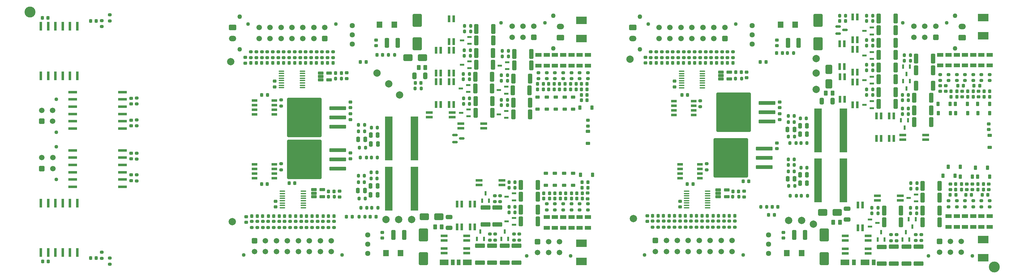
<source format=gbr>
%TF.GenerationSoftware,KiCad,Pcbnew,7.0.8*%
%TF.CreationDate,2024-01-12T20:03:42+01:00*%
%TF.ProjectId,BMS-Slave,424d532d-536c-4617-9665-2e6b69636164,rev?*%
%TF.SameCoordinates,Original*%
%TF.FileFunction,Soldermask,Top*%
%TF.FilePolarity,Negative*%
%FSLAX46Y46*%
G04 Gerber Fmt 4.6, Leading zero omitted, Abs format (unit mm)*
G04 Created by KiCad (PCBNEW 7.0.8) date 2024-01-12 20:03:42*
%MOMM*%
%LPD*%
G01*
G04 APERTURE LIST*
G04 Aperture macros list*
%AMRoundRect*
0 Rectangle with rounded corners*
0 $1 Rounding radius*
0 $2 $3 $4 $5 $6 $7 $8 $9 X,Y pos of 4 corners*
0 Add a 4 corners polygon primitive as box body*
4,1,4,$2,$3,$4,$5,$6,$7,$8,$9,$2,$3,0*
0 Add four circle primitives for the rounded corners*
1,1,$1+$1,$2,$3*
1,1,$1+$1,$4,$5*
1,1,$1+$1,$6,$7*
1,1,$1+$1,$8,$9*
0 Add four rect primitives between the rounded corners*
20,1,$1+$1,$2,$3,$4,$5,0*
20,1,$1+$1,$4,$5,$6,$7,0*
20,1,$1+$1,$6,$7,$8,$9,0*
20,1,$1+$1,$8,$9,$2,$3,0*%
G04 Aperture macros list end*
%ADD10RoundRect,0.225000X-0.250000X0.225000X-0.250000X-0.225000X0.250000X-0.225000X0.250000X0.225000X0*%
%ADD11R,0.650000X1.850000*%
%ADD12RoundRect,0.200000X-0.200000X-0.275000X0.200000X-0.275000X0.200000X0.275000X-0.200000X0.275000X0*%
%ADD13RoundRect,0.225000X-0.225000X-0.250000X0.225000X-0.250000X0.225000X0.250000X-0.225000X0.250000X0*%
%ADD14RoundRect,0.200000X0.275000X-0.200000X0.275000X0.200000X-0.275000X0.200000X-0.275000X-0.200000X0*%
%ADD15R,1.670000X1.100000*%
%ADD16RoundRect,0.200000X0.200000X0.275000X-0.200000X0.275000X-0.200000X-0.275000X0.200000X-0.275000X0*%
%ADD17RoundRect,0.200000X-0.275000X0.200000X-0.275000X-0.200000X0.275000X-0.200000X0.275000X0.200000X0*%
%ADD18RoundRect,0.225000X0.225000X0.250000X-0.225000X0.250000X-0.225000X-0.250000X0.225000X-0.250000X0*%
%ADD19RoundRect,0.250000X-0.362500X-1.075000X0.362500X-1.075000X0.362500X1.075000X-0.362500X1.075000X0*%
%ADD20C,2.000000*%
%ADD21R,1.525000X0.650000*%
%ADD22R,0.750000X2.350000*%
%ADD23RoundRect,0.225000X0.225000X0.375000X-0.225000X0.375000X-0.225000X-0.375000X0.225000X-0.375000X0*%
%ADD24RoundRect,0.250000X-1.075000X0.362500X-1.075000X-0.362500X1.075000X-0.362500X1.075000X0.362500X0*%
%ADD25R,1.168400X0.533400*%
%ADD26C,1.270000*%
%ADD27RoundRect,0.250001X-0.759999X0.499999X-0.759999X-0.499999X0.759999X-0.499999X0.759999X0.499999X0*%
%ADD28O,2.020000X1.500000*%
%ADD29R,0.533400X1.168400*%
%ADD30RoundRect,0.225000X0.250000X-0.225000X0.250000X0.225000X-0.250000X0.225000X-0.250000X-0.225000X0*%
%ADD31RoundRect,0.250000X-0.262500X-0.450000X0.262500X-0.450000X0.262500X0.450000X-0.262500X0.450000X0*%
%ADD32C,3.000000*%
%ADD33R,2.950000X2.020000*%
%ADD34RoundRect,0.100000X0.637500X0.100000X-0.637500X0.100000X-0.637500X-0.100000X0.637500X-0.100000X0*%
%ADD35RoundRect,0.218750X-0.218750X-0.256250X0.218750X-0.256250X0.218750X0.256250X-0.218750X0.256250X0*%
%ADD36RoundRect,0.250000X1.000000X0.650000X-1.000000X0.650000X-1.000000X-0.650000X1.000000X-0.650000X0*%
%ADD37RoundRect,0.250000X2.050000X0.300000X-2.050000X0.300000X-2.050000X-0.300000X2.050000X-0.300000X0*%
%ADD38RoundRect,0.250002X4.449998X5.149998X-4.449998X5.149998X-4.449998X-5.149998X4.449998X-5.149998X0*%
%ADD39R,1.850000X0.650000*%
%ADD40RoundRect,0.250000X0.250000X0.475000X-0.250000X0.475000X-0.250000X-0.475000X0.250000X-0.475000X0*%
%ADD41RoundRect,0.127600X0.924400X0.134400X-0.924400X0.134400X-0.924400X-0.134400X0.924400X-0.134400X0*%
%ADD42RoundRect,0.225000X0.375000X-0.225000X0.375000X0.225000X-0.375000X0.225000X-0.375000X-0.225000X0*%
%ADD43R,1.500000X1.800000*%
%ADD44RoundRect,0.250000X1.000000X-1.500000X1.000000X1.500000X-1.000000X1.500000X-1.000000X-1.500000X0*%
%ADD45R,2.400000X1.500000*%
%ADD46R,1.050000X1.500000*%
%ADD47RoundRect,0.218750X0.218750X0.256250X-0.218750X0.256250X-0.218750X-0.256250X0.218750X-0.256250X0*%
%ADD48C,1.440000*%
%ADD49RoundRect,0.225000X-0.375000X0.225000X-0.375000X-0.225000X0.375000X-0.225000X0.375000X0.225000X0*%
%ADD50RoundRect,0.250000X-0.325000X-1.100000X0.325000X-1.100000X0.325000X1.100000X-0.325000X1.100000X0*%
%ADD51RoundRect,0.250000X0.262500X0.450000X-0.262500X0.450000X-0.262500X-0.450000X0.262500X-0.450000X0*%
%ADD52C,1.020000*%
%ADD53RoundRect,0.250001X0.499999X0.499999X-0.499999X0.499999X-0.499999X-0.499999X0.499999X-0.499999X0*%
%ADD54C,1.500000*%
%ADD55RoundRect,0.250001X-0.499999X-0.499999X0.499999X-0.499999X0.499999X0.499999X-0.499999X0.499999X0*%
%ADD56RoundRect,0.225000X-0.225000X-0.375000X0.225000X-0.375000X0.225000X0.375000X-0.225000X0.375000X0*%
%ADD57RoundRect,0.144000X-0.653000X-0.258000X0.653000X-0.258000X0.653000X0.258000X-0.653000X0.258000X0*%
%ADD58RoundRect,0.250001X0.499999X-0.499999X0.499999X0.499999X-0.499999X0.499999X-0.499999X-0.499999X0*%
%ADD59RoundRect,0.250000X0.325000X1.100000X-0.325000X1.100000X-0.325000X-1.100000X0.325000X-1.100000X0*%
%ADD60RoundRect,0.250001X0.759999X-0.499999X0.759999X0.499999X-0.759999X0.499999X-0.759999X-0.499999X0*%
%ADD61RoundRect,0.150000X-0.587500X-0.150000X0.587500X-0.150000X0.587500X0.150000X-0.587500X0.150000X0*%
%ADD62RoundRect,0.250000X-0.650000X0.325000X-0.650000X-0.325000X0.650000X-0.325000X0.650000X0.325000X0*%
%ADD63RoundRect,0.250000X0.650000X-1.000000X0.650000X1.000000X-0.650000X1.000000X-0.650000X-1.000000X0*%
%ADD64RoundRect,0.250000X0.325000X0.650000X-0.325000X0.650000X-0.325000X-0.650000X0.325000X-0.650000X0*%
%ADD65R,2.350000X0.750000*%
G04 APERTURE END LIST*
D10*
%TO.C,C102*%
X341750000Y-122225000D03*
X341750000Y-123775000D03*
%TD*%
D11*
%TO.C,IC23*%
X314000000Y-110750000D03*
X312730000Y-110750000D03*
X312730000Y-117000000D03*
X314000000Y-117000000D03*
%TD*%
D12*
%TO.C,R150*%
X302100000Y-138000000D03*
X303750000Y-138000000D03*
%TD*%
D13*
%TO.C,C101*%
X344475000Y-150750000D03*
X346025000Y-150750000D03*
%TD*%
D14*
%TO.C,R42*%
X166500000Y-114575000D03*
X166500000Y-112925000D03*
%TD*%
D15*
%TO.C,F21*%
X344750000Y-113750000D03*
X344750000Y-116670000D03*
%TD*%
D16*
%TO.C,R164*%
X321750000Y-118000000D03*
X320100000Y-118000000D03*
%TD*%
D17*
%TO.C,R50*%
X157500000Y-112925000D03*
X157500000Y-114575000D03*
%TD*%
D18*
%TO.C,C20*%
X242250000Y-151750000D03*
X240700000Y-151750000D03*
%TD*%
D11*
%TO.C,IC24*%
X327500000Y-130500000D03*
X326230000Y-130500000D03*
X326230000Y-136750000D03*
X327500000Y-136750000D03*
%TD*%
D19*
%TO.C,R187*%
X323375000Y-113750000D03*
X328000000Y-113750000D03*
%TD*%
%TO.C,R92*%
X213187500Y-116450000D03*
X217812500Y-116450000D03*
%TD*%
D11*
%TO.C,IC3*%
X207000000Y-121125000D03*
X205730000Y-121125000D03*
X205730000Y-127375000D03*
X207000000Y-127375000D03*
%TD*%
D14*
%TO.C,R72*%
X218250000Y-154075000D03*
X218250000Y-152425000D03*
%TD*%
D20*
%TO.C,TP16*%
X306250000Y-118750000D03*
%TD*%
D17*
%TO.C,R216*%
X273000000Y-112925000D03*
X273000000Y-114575000D03*
%TD*%
D21*
%TO.C,IC2*%
X152538000Y-143845000D03*
X152538000Y-145115000D03*
X152538000Y-146385000D03*
X152538000Y-147655000D03*
X157962000Y-147655000D03*
X157962000Y-146385000D03*
X157962000Y-145115000D03*
X157962000Y-143845000D03*
%TD*%
D11*
%TO.C,IC4*%
X209250000Y-154750000D03*
X207980000Y-154750000D03*
X207980000Y-161000000D03*
X209250000Y-161000000D03*
%TD*%
D17*
%TO.C,R214*%
X279000000Y-112925000D03*
X279000000Y-114575000D03*
%TD*%
D22*
%TO.C,T1*%
X104000000Y-154477144D03*
X102000000Y-154477144D03*
X100000000Y-154477144D03*
X98000000Y-154477144D03*
X96000000Y-154477144D03*
X94000000Y-154477144D03*
X94000000Y-168077144D03*
X96000000Y-168077144D03*
X98000000Y-168077144D03*
X100000000Y-168077144D03*
X102000000Y-168077144D03*
X104000000Y-168077144D03*
%TD*%
D14*
%TO.C,R27*%
X243750000Y-156325000D03*
X243750000Y-154675000D03*
%TD*%
D23*
%TO.C,D32*%
X342900000Y-127250000D03*
X339600000Y-127250000D03*
%TD*%
D24*
%TO.C,R77*%
X219000000Y-155687500D03*
X219000000Y-160312500D03*
%TD*%
D16*
%TO.C,R90*%
X223797500Y-148750000D03*
X222147500Y-148750000D03*
%TD*%
D15*
%TO.C,F30*%
X349250000Y-161000000D03*
X349250000Y-158080000D03*
%TD*%
D25*
%TO.C,Q11*%
X221444500Y-131050001D03*
X221444500Y-129149999D03*
X219412500Y-130100000D03*
%TD*%
D26*
%TO.C,J13*%
X258000000Y-103250000D03*
X258000000Y-112250000D03*
D27*
X256040000Y-106250000D03*
D28*
X256040000Y-109250000D03*
%TD*%
D29*
%TO.C,Q13*%
X331950001Y-120968000D03*
X330049999Y-120968000D03*
X331000000Y-123000000D03*
%TD*%
D30*
%TO.C,C86*%
X353500000Y-150775000D03*
X353500000Y-149225000D03*
%TD*%
D17*
%TO.C,R33*%
X234750000Y-118675000D03*
X234750000Y-120325000D03*
%TD*%
D24*
%TO.C,R105*%
X217500000Y-166187500D03*
X217500000Y-170812500D03*
%TD*%
D18*
%TO.C,C29*%
X243550000Y-121750000D03*
X242000000Y-121750000D03*
%TD*%
D14*
%TO.C,R97*%
X216900000Y-164625000D03*
X216900000Y-162975000D03*
%TD*%
D25*
%TO.C,Q5*%
X211328500Y-117450001D03*
X211328500Y-115549999D03*
X209296500Y-116500000D03*
%TD*%
D29*
%TO.C,Q16*%
X333500000Y-158934001D03*
X331599998Y-158934001D03*
X332549999Y-160966001D03*
%TD*%
D30*
%TO.C,C126*%
X260000000Y-159525000D03*
X260000000Y-157975000D03*
%TD*%
D31*
%TO.C,R122*%
X310925000Y-159750000D03*
X312750000Y-159750000D03*
%TD*%
D10*
%TO.C,C52*%
X158250000Y-154000000D03*
X158250000Y-155550000D03*
%TD*%
D23*
%TO.C,D11*%
X244900000Y-128250000D03*
X241600000Y-128250000D03*
%TD*%
D32*
%TO.C,FID1*%
X91000000Y-102000000D03*
%TD*%
D29*
%TO.C,Q17*%
X331950001Y-116968000D03*
X330049999Y-116968000D03*
X331000000Y-119000000D03*
%TD*%
D30*
%TO.C,C53*%
X150250000Y-159750000D03*
X150250000Y-158200000D03*
%TD*%
D16*
%TO.C,R111*%
X221737500Y-126100000D03*
X220087500Y-126100000D03*
%TD*%
D19*
%TO.C,R76*%
X212937500Y-123000000D03*
X217562500Y-123000000D03*
%TD*%
D16*
%TO.C,R174*%
X332075000Y-113885000D03*
X330425000Y-113885000D03*
%TD*%
D19*
%TO.C,R169*%
X323375000Y-120500000D03*
X328000000Y-120500000D03*
%TD*%
D12*
%TO.C,R17*%
X184600000Y-155750000D03*
X186250000Y-155750000D03*
%TD*%
D19*
%TO.C,R85*%
X225437500Y-156250000D03*
X230062500Y-156250000D03*
%TD*%
D33*
%TO.C,F6*%
X242000000Y-170500000D03*
X242000000Y-165500000D03*
%TD*%
D14*
%TO.C,R230*%
X279500000Y-161075000D03*
X279500000Y-159425000D03*
%TD*%
D34*
%TO.C,U5*%
X165862500Y-155775000D03*
X165862500Y-155125000D03*
X165862500Y-154475000D03*
X165862500Y-153825000D03*
X165862500Y-153175000D03*
X165862500Y-152525000D03*
X165862500Y-151875000D03*
X165862500Y-151225000D03*
X160137500Y-151225000D03*
X160137500Y-151875000D03*
X160137500Y-152525000D03*
X160137500Y-153175000D03*
X160137500Y-153825000D03*
X160137500Y-154475000D03*
X160137500Y-155125000D03*
X160137500Y-155775000D03*
%TD*%
D18*
%TO.C,C11*%
X156000000Y-149250000D03*
X154450000Y-149250000D03*
%TD*%
D35*
%TO.C,D4*%
X184175000Y-158250000D03*
X185750000Y-158250000D03*
%TD*%
D36*
%TO.C,D3*%
X198500000Y-114500000D03*
X194500000Y-114500000D03*
%TD*%
D37*
%TO.C,U20*%
X292775000Y-132040000D03*
X292775000Y-129500000D03*
D38*
X283625000Y-129500000D03*
D37*
X292775000Y-126960000D03*
%TD*%
D16*
%TO.C,R73*%
X211325000Y-119000000D03*
X209675000Y-119000000D03*
%TD*%
%TO.C,R87*%
X211575000Y-114000000D03*
X209925000Y-114000000D03*
%TD*%
D39*
%TO.C,IC20*%
X329250000Y-153750000D03*
X329250000Y-152480000D03*
X323000000Y-152480000D03*
X323000000Y-153750000D03*
%TD*%
D18*
%TO.C,C88*%
X353775000Y-125250000D03*
X352225000Y-125250000D03*
%TD*%
D19*
%TO.C,R91*%
X213187500Y-113250000D03*
X217812500Y-113250000D03*
%TD*%
D40*
%TO.C,C9*%
X182725000Y-151000000D03*
X180825000Y-151000000D03*
%TD*%
D41*
%TO.C,U2*%
X196250000Y-156250000D03*
X196250000Y-155750000D03*
X196250000Y-155250000D03*
X196250000Y-154750000D03*
X196250000Y-154250000D03*
X196250000Y-153750000D03*
X196250000Y-153250000D03*
X196250000Y-152750000D03*
X196250000Y-152250000D03*
X196250000Y-151750000D03*
X196250000Y-151250000D03*
X196250000Y-150750000D03*
X196250000Y-150250000D03*
X196250000Y-149750000D03*
X196250000Y-149250000D03*
X196250000Y-148750000D03*
X196250000Y-148250000D03*
X196250000Y-147750000D03*
X196250000Y-147250000D03*
X196250000Y-146750000D03*
X196250000Y-146250000D03*
X196250000Y-145750000D03*
X196250000Y-145250000D03*
X196250000Y-144750000D03*
X189240000Y-144750000D03*
X189240000Y-145250000D03*
X189240000Y-145750000D03*
X189240000Y-146250000D03*
X189240000Y-146750000D03*
X189240000Y-147250000D03*
X189240000Y-147750000D03*
X189240000Y-148250000D03*
X189240000Y-148750000D03*
X189240000Y-149250000D03*
X189240000Y-149750000D03*
X189240000Y-150250000D03*
X189240000Y-150750000D03*
X189240000Y-151250000D03*
X189240000Y-151750000D03*
X189240000Y-152250000D03*
X189240000Y-152750000D03*
X189240000Y-153250000D03*
X189240000Y-153750000D03*
X189240000Y-154250000D03*
X189240000Y-154750000D03*
X189240000Y-155250000D03*
X189240000Y-155750000D03*
X189240000Y-156250000D03*
%TD*%
D18*
%TO.C,C45*%
X171025000Y-116000000D03*
X169475000Y-116000000D03*
%TD*%
D17*
%TO.C,R60*%
X172750000Y-159500000D03*
X172750000Y-161150000D03*
%TD*%
D26*
%TO.C,J7*%
X148460000Y-103250000D03*
X148460000Y-112250000D03*
D27*
X146500000Y-106250000D03*
D28*
X146500000Y-109250000D03*
%TD*%
D14*
%TO.C,R26*%
X241500000Y-156325000D03*
X241500000Y-154675000D03*
%TD*%
D13*
%TO.C,C129*%
X276475000Y-158000000D03*
X278025000Y-158000000D03*
%TD*%
D42*
%TO.C,D17*%
X234750000Y-149550000D03*
X234750000Y-146250000D03*
%TD*%
D12*
%TO.C,R153*%
X301925000Y-131250000D03*
X303575000Y-131250000D03*
%TD*%
D23*
%TO.C,D27*%
X353750000Y-127250000D03*
X350450000Y-127250000D03*
%TD*%
D43*
%TO.C,L1*%
X190750000Y-105500000D03*
X186750000Y-105500000D03*
%TD*%
D14*
%TO.C,R142*%
X344750000Y-155500000D03*
X344750000Y-153850000D03*
%TD*%
D31*
%TO.C,R3*%
X197425000Y-117250000D03*
X199250000Y-117250000D03*
%TD*%
D16*
%TO.C,R124*%
X300825000Y-152500000D03*
X299175000Y-152500000D03*
%TD*%
D44*
%TO.C,C112*%
X306750000Y-110750000D03*
X306750000Y-104250000D03*
%TD*%
D45*
%TO.C,D21*%
X314175000Y-170750000D03*
D46*
X316550000Y-170750000D03*
%TD*%
D14*
%TO.C,R18*%
X120250000Y-142400000D03*
X120250000Y-140750000D03*
%TD*%
D13*
%TO.C,C133*%
X264475000Y-158000000D03*
X266025000Y-158000000D03*
%TD*%
D39*
%TO.C,IC25*%
X320500000Y-168270000D03*
X320500000Y-167000000D03*
X314250000Y-167000000D03*
X314250000Y-168270000D03*
%TD*%
D19*
%TO.C,R186*%
X323375000Y-110500000D03*
X328000000Y-110500000D03*
%TD*%
D17*
%TO.C,R120*%
X276250000Y-143675000D03*
X276250000Y-145325000D03*
%TD*%
%TO.C,R31*%
X237000000Y-118675000D03*
X237000000Y-120325000D03*
%TD*%
%TO.C,R59*%
X171250000Y-159500000D03*
X171250000Y-161150000D03*
%TD*%
D19*
%TO.C,R86*%
X225437500Y-159500000D03*
X230062500Y-159500000D03*
%TD*%
D47*
%TO.C,F34*%
X292537500Y-115750000D03*
X290962500Y-115750000D03*
%TD*%
D48*
%TO.C,U3*%
X179250000Y-105710000D03*
X179250000Y-108250000D03*
X179250000Y-110790000D03*
%TD*%
D13*
%TO.C,C127*%
X282475000Y-158000000D03*
X284025000Y-158000000D03*
%TD*%
D12*
%TO.C,R21*%
X180925000Y-147000000D03*
X182575000Y-147000000D03*
%TD*%
D13*
%TO.C,C63*%
X174725000Y-118750000D03*
X176275000Y-118750000D03*
%TD*%
D20*
%TO.C,TP1*%
X146000000Y-115600000D03*
%TD*%
D24*
%TO.C,R203*%
X331000000Y-166437500D03*
X331000000Y-171062500D03*
%TD*%
D19*
%TO.C,R170*%
X335375000Y-156500000D03*
X340000000Y-156500000D03*
%TD*%
D17*
%TO.C,R228*%
X282500000Y-159425000D03*
X282500000Y-161075000D03*
%TD*%
D18*
%TO.C,C32*%
X237550000Y-123250000D03*
X236000000Y-123250000D03*
%TD*%
D14*
%TO.C,R68*%
X151750000Y-161150000D03*
X151750000Y-159500000D03*
%TD*%
D19*
%TO.C,R93*%
X225437500Y-149500000D03*
X230062500Y-149500000D03*
%TD*%
%TO.C,R199*%
X323375000Y-107000000D03*
X328000000Y-107000000D03*
%TD*%
D25*
%TO.C,Q1*%
X211016000Y-123950001D03*
X211016000Y-122049999D03*
X208984000Y-123000000D03*
%TD*%
D11*
%TO.C,IC27*%
X324000000Y-130500000D03*
X322730000Y-130500000D03*
X322730000Y-136750000D03*
X324000000Y-136750000D03*
%TD*%
D49*
%TO.C,D14*%
X235000000Y-125350000D03*
X235000000Y-128650000D03*
%TD*%
D11*
%TO.C,IC19*%
X314020000Y-119750000D03*
X312750000Y-119750000D03*
X312750000Y-126000000D03*
X314020000Y-126000000D03*
%TD*%
%TO.C,IC26*%
X317500000Y-103375000D03*
X316230000Y-103375000D03*
X316230000Y-109625000D03*
X317500000Y-109625000D03*
%TD*%
D16*
%TO.C,R13*%
X182750000Y-158250000D03*
X181100000Y-158250000D03*
%TD*%
D30*
%TO.C,C146*%
X296250000Y-131525000D03*
X296250000Y-129975000D03*
%TD*%
D24*
%TO.C,R78*%
X215750000Y-155687500D03*
X215750000Y-160312500D03*
%TD*%
D13*
%TO.C,C97*%
X342950000Y-152250000D03*
X344500000Y-152250000D03*
%TD*%
D40*
%TO.C,C104*%
X303750000Y-135500000D03*
X301850000Y-135500000D03*
%TD*%
D17*
%TO.C,R217*%
X271500000Y-112925000D03*
X271500000Y-114575000D03*
%TD*%
D50*
%TO.C,C78*%
X300275000Y-163250000D03*
X303225000Y-163250000D03*
%TD*%
D10*
%TO.C,C116*%
X259500000Y-114450000D03*
X259500000Y-116000000D03*
%TD*%
D16*
%TO.C,R119*%
X198100000Y-123000000D03*
X196450000Y-123000000D03*
%TD*%
D47*
%TO.C,F18*%
X294787500Y-157750000D03*
X293212500Y-157750000D03*
%TD*%
D14*
%TO.C,R43*%
X171000000Y-114575000D03*
X171000000Y-112925000D03*
%TD*%
D18*
%TO.C,C26*%
X243550000Y-126250000D03*
X242000000Y-126250000D03*
%TD*%
D17*
%TO.C,R137*%
X351500000Y-119175000D03*
X351500000Y-120825000D03*
%TD*%
D16*
%TO.C,R71*%
X211325000Y-120500000D03*
X209675000Y-120500000D03*
%TD*%
D10*
%TO.C,C115*%
X267500000Y-121000000D03*
X267500000Y-122550000D03*
%TD*%
D18*
%TO.C,C84*%
X352050000Y-149250000D03*
X350500000Y-149250000D03*
%TD*%
D25*
%TO.C,Q19*%
X321500000Y-114900002D03*
X321500000Y-113000000D03*
X319468000Y-113950001D03*
%TD*%
D51*
%TO.C,R147*%
X310750000Y-124250000D03*
X308925000Y-124250000D03*
%TD*%
D30*
%TO.C,C25*%
X243750000Y-133300000D03*
X243750000Y-131750000D03*
%TD*%
D14*
%TO.C,R65*%
X162250000Y-161150000D03*
X162250000Y-159500000D03*
%TD*%
D15*
%TO.C,F11*%
X243750000Y-113790000D03*
X243750000Y-116710000D03*
%TD*%
D13*
%TO.C,C21*%
X240700000Y-153250000D03*
X242250000Y-153250000D03*
%TD*%
D49*
%TO.C,D18*%
X230000000Y-125350000D03*
X230000000Y-128650000D03*
%TD*%
D18*
%TO.C,C33*%
X237550000Y-121750000D03*
X236000000Y-121750000D03*
%TD*%
D19*
%TO.C,R103*%
X213000000Y-126500000D03*
X217625000Y-126500000D03*
%TD*%
D14*
%TO.C,R140*%
X342500000Y-155500000D03*
X342500000Y-153850000D03*
%TD*%
D52*
%TO.C,J5*%
X174750000Y-105310000D03*
X150750000Y-105310000D03*
D53*
X171750000Y-109250000D03*
D54*
X168750000Y-109250000D03*
X165750000Y-109250000D03*
X162750000Y-109250000D03*
X159750000Y-109250000D03*
X156750000Y-109250000D03*
X153750000Y-109250000D03*
X171750000Y-106250000D03*
X168750000Y-106250000D03*
X165750000Y-106250000D03*
X162750000Y-106250000D03*
X159750000Y-106250000D03*
X156750000Y-106250000D03*
X153750000Y-106250000D03*
%TD*%
D45*
%TO.C,D36*%
X319675000Y-170750000D03*
D46*
X322050000Y-170750000D03*
%TD*%
D52*
%TO.C,J14*%
X259250000Y-168690000D03*
X286250000Y-168690000D03*
D55*
X262250000Y-164750000D03*
D54*
X265250000Y-164750000D03*
X268250000Y-164750000D03*
X271250000Y-164750000D03*
X274250000Y-164750000D03*
X277250000Y-164750000D03*
X280250000Y-164750000D03*
X283250000Y-164750000D03*
X262250000Y-167750000D03*
X265250000Y-167750000D03*
X268250000Y-167750000D03*
X271250000Y-167750000D03*
X274250000Y-167750000D03*
X277250000Y-167750000D03*
X280250000Y-167750000D03*
X283250000Y-167750000D03*
%TD*%
D13*
%TO.C,C117*%
X281975000Y-116000000D03*
X283525000Y-116000000D03*
%TD*%
D14*
%TO.C,R148*%
X110650000Y-106025000D03*
X110650000Y-104375000D03*
%TD*%
D11*
%TO.C,IC17*%
X317520000Y-121250000D03*
X316250000Y-121250000D03*
X316250000Y-127500000D03*
X317520000Y-127500000D03*
%TD*%
D13*
%TO.C,C34*%
X231700000Y-151750000D03*
X233250000Y-151750000D03*
%TD*%
D12*
%TO.C,R70*%
X174675000Y-120250000D03*
X176325000Y-120250000D03*
%TD*%
D16*
%TO.C,R181*%
X331500000Y-130000000D03*
X329850000Y-130000000D03*
%TD*%
D17*
%TO.C,R220*%
X261000000Y-112925000D03*
X261000000Y-114575000D03*
%TD*%
D36*
%TO.C,D22*%
X312000000Y-157000000D03*
X308000000Y-157000000D03*
%TD*%
D30*
%TO.C,C80*%
X347500000Y-150775000D03*
X347500000Y-149225000D03*
%TD*%
D19*
%TO.C,R94*%
X225437500Y-152750000D03*
X230062500Y-152750000D03*
%TD*%
D13*
%TO.C,C81*%
X347200000Y-152250000D03*
X348750000Y-152250000D03*
%TD*%
D14*
%TO.C,R62*%
X169750000Y-161150000D03*
X169750000Y-159500000D03*
%TD*%
D19*
%TO.C,R188*%
X333125000Y-129000000D03*
X337750000Y-129000000D03*
%TD*%
D32*
%TO.C,FID2*%
X355000000Y-172000000D03*
%TD*%
D18*
%TO.C,C89*%
X353750000Y-123750000D03*
X352200000Y-123750000D03*
%TD*%
D20*
%TO.C,TP5*%
X189250000Y-121750000D03*
%TD*%
D14*
%TO.C,R37*%
X153000000Y-114575000D03*
X153000000Y-112925000D03*
%TD*%
D16*
%TO.C,R155*%
X300300000Y-136250000D03*
X298650000Y-136250000D03*
%TD*%
D15*
%TO.C,F31*%
X347000000Y-161000000D03*
X347000000Y-158080000D03*
%TD*%
D17*
%TO.C,R138*%
X349250000Y-119175000D03*
X349250000Y-120825000D03*
%TD*%
D19*
%TO.C,R176*%
X333625000Y-114750000D03*
X338250000Y-114750000D03*
%TD*%
D37*
%TO.C,U17*%
X175275000Y-133540000D03*
X175275000Y-131000000D03*
D38*
X166125000Y-131000000D03*
D37*
X175275000Y-128460000D03*
%TD*%
D17*
%TO.C,R48*%
X163500000Y-112925000D03*
X163500000Y-114575000D03*
%TD*%
D10*
%TO.C,C23*%
X243700000Y-151725000D03*
X243700000Y-153275000D03*
%TD*%
D14*
%TO.C,R211*%
X280500000Y-114575000D03*
X280500000Y-112925000D03*
%TD*%
D20*
%TO.C,TP7*%
X195500000Y-159000000D03*
%TD*%
D16*
%TO.C,R99*%
X211387500Y-125700000D03*
X209737500Y-125700000D03*
%TD*%
D19*
%TO.C,R168*%
X323375000Y-117250000D03*
X328000000Y-117250000D03*
%TD*%
D56*
%TO.C,D24*%
X349850000Y-144750000D03*
X353150000Y-144750000D03*
%TD*%
D18*
%TO.C,C124*%
X262500000Y-116000000D03*
X260950000Y-116000000D03*
%TD*%
D56*
%TO.C,D31*%
X340950000Y-147000000D03*
X344250000Y-147000000D03*
%TD*%
D19*
%TO.C,R161*%
X333125000Y-125500000D03*
X337750000Y-125500000D03*
%TD*%
D57*
%TO.C,U6*%
X168750000Y-150800000D03*
X168750000Y-151750000D03*
X168750000Y-152700000D03*
X171080000Y-152700000D03*
X171080000Y-150800000D03*
%TD*%
D25*
%TO.C,Q10*%
X211344500Y-110750000D03*
X211344500Y-108849998D03*
X209312500Y-109799999D03*
%TD*%
D56*
%TO.C,D23*%
X345700000Y-147250000D03*
X349000000Y-147250000D03*
%TD*%
D16*
%TO.C,R80*%
X223825000Y-157000000D03*
X222175000Y-157000000D03*
%TD*%
D14*
%TO.C,R185*%
X328250000Y-164825000D03*
X328250000Y-163175000D03*
%TD*%
D17*
%TO.C,R141*%
X344750000Y-119175000D03*
X344750000Y-120825000D03*
%TD*%
D16*
%TO.C,R79*%
X221750000Y-120900000D03*
X220100000Y-120900000D03*
%TD*%
D30*
%TO.C,C143*%
X178750000Y-131525000D03*
X178750000Y-129975000D03*
%TD*%
D16*
%TO.C,R82*%
X223825000Y-155500000D03*
X222175000Y-155500000D03*
%TD*%
D40*
%TO.C,C105*%
X300300000Y-134250000D03*
X298400000Y-134250000D03*
%TD*%
D16*
%TO.C,R121*%
X292750000Y-155500000D03*
X291100000Y-155500000D03*
%TD*%
D52*
%TO.C,J1*%
X98215000Y-148000000D03*
X98215000Y-139000000D03*
D58*
X94275000Y-145000000D03*
D54*
X94275000Y-142000000D03*
X97275000Y-145000000D03*
X97275000Y-142000000D03*
%TD*%
D40*
%TO.C,C3*%
X186200000Y-135750000D03*
X184300000Y-135750000D03*
%TD*%
D16*
%TO.C,R173*%
X333825000Y-150500000D03*
X332175000Y-150500000D03*
%TD*%
D14*
%TO.C,R229*%
X284000000Y-161075000D03*
X284000000Y-159425000D03*
%TD*%
D42*
%TO.C,D26*%
X353750000Y-139150000D03*
X353750000Y-135850000D03*
%TD*%
D11*
%TO.C,IC21*%
X317520000Y-112250000D03*
X316250000Y-112250000D03*
X316250000Y-118500000D03*
X317520000Y-118500000D03*
%TD*%
D18*
%TO.C,C7*%
X96025000Y-170477144D03*
X94475000Y-170477144D03*
%TD*%
D16*
%TO.C,R16*%
X183250000Y-155750000D03*
X181600000Y-155750000D03*
%TD*%
D18*
%TO.C,C55*%
X171275000Y-158075000D03*
X169725000Y-158075000D03*
%TD*%
D19*
%TO.C,R189*%
X333125000Y-132250000D03*
X337750000Y-132250000D03*
%TD*%
D40*
%TO.C,C72*%
X303750000Y-146750000D03*
X301850000Y-146750000D03*
%TD*%
D15*
%TO.C,F14*%
X239250000Y-161250000D03*
X239250000Y-158330000D03*
%TD*%
D10*
%TO.C,C94*%
X346250000Y-123725000D03*
X346250000Y-125275000D03*
%TD*%
D18*
%TO.C,C69*%
X198050000Y-121500000D03*
X196500000Y-121500000D03*
%TD*%
D25*
%TO.C,Q4*%
X223562500Y-160450001D03*
X223562500Y-158549999D03*
X221530500Y-159500000D03*
%TD*%
D14*
%TO.C,R123*%
X120250000Y-133250000D03*
X120250000Y-131600000D03*
%TD*%
D24*
%TO.C,R118*%
X221000000Y-166187500D03*
X221000000Y-170812500D03*
%TD*%
D25*
%TO.C,Q8*%
X211094500Y-130650001D03*
X211094500Y-128749999D03*
X209062500Y-129700000D03*
%TD*%
D30*
%TO.C,C138*%
X287250000Y-120050000D03*
X287250000Y-118500000D03*
%TD*%
D19*
%TO.C,R116*%
X223350000Y-130100000D03*
X227975000Y-130100000D03*
%TD*%
D14*
%TO.C,R74*%
X219750000Y-154075000D03*
X219750000Y-152425000D03*
%TD*%
D40*
%TO.C,C8*%
X186175000Y-152250000D03*
X184275000Y-152250000D03*
%TD*%
D30*
%TO.C,C82*%
X349000000Y-150800000D03*
X349000000Y-149250000D03*
%TD*%
D25*
%TO.C,Q22*%
X321500000Y-108150002D03*
X321500000Y-106250000D03*
X319468000Y-107200001D03*
%TD*%
D19*
%TO.C,R163*%
X324875000Y-159750000D03*
X329500000Y-159750000D03*
%TD*%
D15*
%TO.C,F7*%
X237000000Y-113790000D03*
X237000000Y-116710000D03*
%TD*%
D17*
%TO.C,R55*%
X159250000Y-159500000D03*
X159250000Y-161150000D03*
%TD*%
D12*
%TO.C,R69*%
X172700000Y-152750000D03*
X174350000Y-152750000D03*
%TD*%
D29*
%TO.C,Q24*%
X329849998Y-164500000D03*
X331750000Y-164500000D03*
X330799999Y-162468000D03*
%TD*%
D17*
%TO.C,R47*%
X168000000Y-112925000D03*
X168000000Y-114575000D03*
%TD*%
D18*
%TO.C,C73*%
X272525000Y-149250000D03*
X270975000Y-149250000D03*
%TD*%
D43*
%TO.C,L2*%
X192470000Y-168250000D03*
X188470000Y-168250000D03*
%TD*%
D19*
%TO.C,R84*%
X223187500Y-123500000D03*
X227812500Y-123500000D03*
%TD*%
D13*
%TO.C,C62*%
X172750000Y-151250000D03*
X174300000Y-151250000D03*
%TD*%
D14*
%TO.C,R34*%
X234750000Y-156325000D03*
X234750000Y-154675000D03*
%TD*%
%TO.C,R109*%
X223500000Y-164650000D03*
X223500000Y-163000000D03*
%TD*%
D39*
%TO.C,IC22*%
X336250000Y-137020000D03*
X336250000Y-135750000D03*
X330000000Y-135750000D03*
X330000000Y-137020000D03*
%TD*%
D21*
%TO.C,IC15*%
X269038000Y-143845000D03*
X269038000Y-145115000D03*
X269038000Y-146385000D03*
X269038000Y-147655000D03*
X274462000Y-147655000D03*
X274462000Y-146385000D03*
X274462000Y-145115000D03*
X274462000Y-143845000D03*
%TD*%
D12*
%TO.C,R238*%
X284175000Y-120250000D03*
X285825000Y-120250000D03*
%TD*%
D14*
%TO.C,R205*%
X262500000Y-114575000D03*
X262500000Y-112925000D03*
%TD*%
%TO.C,R206*%
X264000000Y-114575000D03*
X264000000Y-112925000D03*
%TD*%
D11*
%TO.C,IC5*%
X203500000Y-121125000D03*
X202230000Y-121125000D03*
X202230000Y-127375000D03*
X203500000Y-127375000D03*
%TD*%
D25*
%TO.C,Q3*%
X221457000Y-124400002D03*
X221457000Y-122500000D03*
X219425000Y-123450001D03*
%TD*%
D19*
%TO.C,R115*%
X223350000Y-126900000D03*
X227975000Y-126900000D03*
%TD*%
D33*
%TO.C,F26*%
X352000000Y-103500000D03*
X352000000Y-108500000D03*
%TD*%
D20*
%TO.C,TP4*%
X192250000Y-124750000D03*
%TD*%
D59*
%TO.C,C113*%
X301475000Y-110500000D03*
X298525000Y-110500000D03*
%TD*%
D19*
%TO.C,R101*%
X223625000Y-113500000D03*
X228250000Y-113500000D03*
%TD*%
D24*
%TO.C,R191*%
X324250000Y-166500000D03*
X324250000Y-171125000D03*
%TD*%
D31*
%TO.C,R14*%
X201925000Y-161000000D03*
X203750000Y-161000000D03*
%TD*%
D14*
%TO.C,R207*%
X268500000Y-114575000D03*
X268500000Y-112925000D03*
%TD*%
D18*
%TO.C,C100*%
X346025000Y-149250000D03*
X344475000Y-149250000D03*
%TD*%
D24*
%TO.C,R117*%
X224250000Y-166187500D03*
X224250000Y-170812500D03*
%TD*%
D52*
%TO.C,J12*%
X337000000Y-168940000D03*
X349000000Y-168940000D03*
D55*
X340000000Y-165000000D03*
D54*
X343000000Y-165000000D03*
X346000000Y-165000000D03*
X340000000Y-168000000D03*
X343000000Y-168000000D03*
X346000000Y-168000000D03*
%TD*%
D56*
%TO.C,D9*%
X241750000Y-146750000D03*
X245050000Y-146750000D03*
%TD*%
D14*
%TO.C,R41*%
X165000000Y-114575000D03*
X165000000Y-112925000D03*
%TD*%
D23*
%TO.C,D34*%
X343000000Y-129750000D03*
X339700000Y-129750000D03*
%TD*%
D13*
%TO.C,C83*%
X350500000Y-150750000D03*
X352050000Y-150750000D03*
%TD*%
D15*
%TO.C,F24*%
X349250000Y-113750000D03*
X349250000Y-116670000D03*
%TD*%
D12*
%TO.C,R20*%
X184400000Y-147750000D03*
X186050000Y-147750000D03*
%TD*%
D14*
%TO.C,R67*%
X156250000Y-161150000D03*
X156250000Y-159500000D03*
%TD*%
D13*
%TO.C,C6*%
X107625000Y-169550000D03*
X109175000Y-169550000D03*
%TD*%
D14*
%TO.C,R25*%
X239250000Y-156325000D03*
X239250000Y-154675000D03*
%TD*%
D13*
%TO.C,C119*%
X275975000Y-116000000D03*
X277525000Y-116000000D03*
%TD*%
D18*
%TO.C,C49*%
X159025000Y-116000000D03*
X157475000Y-116000000D03*
%TD*%
D45*
%TO.C,D5*%
X204375000Y-170750000D03*
D46*
X206750000Y-170750000D03*
%TD*%
D47*
%TO.C,F1*%
X183037500Y-115750000D03*
X181462500Y-115750000D03*
%TD*%
D40*
%TO.C,C1*%
X186250000Y-138250000D03*
X184350000Y-138250000D03*
%TD*%
D16*
%TO.C,R149*%
X300750000Y-138000000D03*
X299100000Y-138000000D03*
%TD*%
D15*
%TO.C,F9*%
X241500000Y-113790000D03*
X241500000Y-116710000D03*
%TD*%
D11*
%TO.C,IC9*%
X207000000Y-112500000D03*
X205730000Y-112500000D03*
X205730000Y-118750000D03*
X207000000Y-118750000D03*
%TD*%
D36*
%TO.C,D6*%
X203000000Y-158250000D03*
X199000000Y-158250000D03*
%TD*%
D12*
%TO.C,R154*%
X298600000Y-130500000D03*
X300250000Y-130500000D03*
%TD*%
D19*
%TO.C,R179*%
X335375000Y-153000000D03*
X340000000Y-153000000D03*
%TD*%
D13*
%TO.C,C136*%
X284225000Y-118500000D03*
X285775000Y-118500000D03*
%TD*%
D10*
%TO.C,C43*%
X150000000Y-114475000D03*
X150000000Y-116025000D03*
%TD*%
D13*
%TO.C,C36*%
X233000000Y-123250000D03*
X234550000Y-123250000D03*
%TD*%
D25*
%TO.C,Q6*%
X223516000Y-153700001D03*
X223516000Y-151799999D03*
X221484000Y-152750000D03*
%TD*%
D13*
%TO.C,C56*%
X166725000Y-158075000D03*
X168275000Y-158075000D03*
%TD*%
D16*
%TO.C,R195*%
X321750000Y-103000000D03*
X320100000Y-103000000D03*
%TD*%
D10*
%TO.C,C90*%
X350750000Y-123725000D03*
X350750000Y-125275000D03*
%TD*%
D18*
%TO.C,C24*%
X243750000Y-148750000D03*
X242200000Y-148750000D03*
%TD*%
D17*
%TO.C,R45*%
X174000000Y-112925000D03*
X174000000Y-114575000D03*
%TD*%
D15*
%TO.C,F29*%
X351500000Y-161000000D03*
X351500000Y-158080000D03*
%TD*%
D17*
%TO.C,R219*%
X265500000Y-112925000D03*
X265500000Y-114575000D03*
%TD*%
D13*
%TO.C,C60*%
X154725000Y-158075000D03*
X156275000Y-158075000D03*
%TD*%
D49*
%TO.C,D16*%
X232500000Y-125350000D03*
X232500000Y-128650000D03*
%TD*%
D14*
%TO.C,R182*%
X326750000Y-164825000D03*
X326750000Y-163175000D03*
%TD*%
%TO.C,R134*%
X351500000Y-155500000D03*
X351500000Y-153850000D03*
%TD*%
D15*
%TO.C,F13*%
X241500000Y-161250000D03*
X241500000Y-158330000D03*
%TD*%
D48*
%TO.C,U8*%
X183470000Y-168330000D03*
X183470000Y-165790000D03*
X183470000Y-163250000D03*
%TD*%
D16*
%TO.C,R192*%
X321750000Y-104500000D03*
X320100000Y-104500000D03*
%TD*%
D13*
%TO.C,C54*%
X172725000Y-158075000D03*
X174275000Y-158075000D03*
%TD*%
D18*
%TO.C,C40*%
X231550000Y-123250000D03*
X230000000Y-123250000D03*
%TD*%
D11*
%TO.C,IC12*%
X207000000Y-103875000D03*
X205730000Y-103875000D03*
X205730000Y-110125000D03*
X207000000Y-110125000D03*
%TD*%
D17*
%TO.C,R36*%
X230250000Y-118675000D03*
X230250000Y-120325000D03*
%TD*%
D13*
%TO.C,C44*%
X172475000Y-116000000D03*
X174025000Y-116000000D03*
%TD*%
D10*
%TO.C,C114*%
X295500000Y-109725000D03*
X295500000Y-111275000D03*
%TD*%
D20*
%TO.C,TP12*%
X302250000Y-159250000D03*
%TD*%
D13*
%TO.C,C22*%
X242200000Y-150250000D03*
X243750000Y-150250000D03*
%TD*%
%TO.C,C48*%
X160475000Y-116000000D03*
X162025000Y-116000000D03*
%TD*%
%TO.C,C18*%
X237700000Y-151750000D03*
X239250000Y-151750000D03*
%TD*%
D12*
%TO.C,R10*%
X180975000Y-133000000D03*
X182625000Y-133000000D03*
%TD*%
D39*
%TO.C,IC8*%
X220250000Y-149520000D03*
X220250000Y-148250000D03*
X214000000Y-148250000D03*
X214000000Y-149520000D03*
%TD*%
D16*
%TO.C,R88*%
X223797500Y-150250000D03*
X222147500Y-150250000D03*
%TD*%
D15*
%TO.C,F23*%
X347000000Y-113750000D03*
X347000000Y-116670000D03*
%TD*%
D17*
%TO.C,R213*%
X283500000Y-112925000D03*
X283500000Y-114575000D03*
%TD*%
D13*
%TO.C,C39*%
X234700000Y-153250000D03*
X236250000Y-153250000D03*
%TD*%
D18*
%TO.C,C128*%
X281025000Y-158000000D03*
X279475000Y-158000000D03*
%TD*%
D13*
%TO.C,C35*%
X231700000Y-153250000D03*
X233250000Y-153250000D03*
%TD*%
D30*
%TO.C,C65*%
X177750000Y-120275000D03*
X177750000Y-118725000D03*
%TD*%
D16*
%TO.C,R183*%
X321750000Y-109750000D03*
X320100000Y-109750000D03*
%TD*%
%TO.C,R184*%
X331500000Y-128500000D03*
X329850000Y-128500000D03*
%TD*%
D10*
%TO.C,C13*%
X118750000Y-140750000D03*
X118750000Y-142300000D03*
%TD*%
D40*
%TO.C,C10*%
X186175000Y-149750000D03*
X184275000Y-149750000D03*
%TD*%
D18*
%TO.C,C57*%
X165275000Y-158075000D03*
X163725000Y-158075000D03*
%TD*%
D52*
%TO.C,J4*%
X232000000Y-105000000D03*
X220000000Y-105000000D03*
D53*
X229000000Y-108940000D03*
D54*
X226000000Y-108940000D03*
X223000000Y-108940000D03*
X229000000Y-105940000D03*
X226000000Y-105940000D03*
X223000000Y-105940000D03*
%TD*%
D25*
%TO.C,Q7*%
X221703500Y-117680000D03*
X221703500Y-115779998D03*
X219671500Y-116729999D03*
%TD*%
D10*
%TO.C,C17*%
X185750000Y-109725000D03*
X185750000Y-111275000D03*
%TD*%
D37*
%TO.C,U19*%
X292075000Y-144565000D03*
X292075000Y-142025000D03*
D38*
X282925000Y-142025000D03*
D37*
X292075000Y-139485000D03*
%TD*%
D47*
%TO.C,D1*%
X187575000Y-113750000D03*
X186000000Y-113750000D03*
%TD*%
D14*
%TO.C,R194*%
X333500000Y-164750000D03*
X333500000Y-163100000D03*
%TD*%
D26*
%TO.C,J9*%
X344290000Y-112000000D03*
X344290000Y-103000000D03*
D60*
X346250000Y-109000000D03*
D28*
X346250000Y-106000000D03*
%TD*%
D12*
%TO.C,R6*%
X184475000Y-142000000D03*
X186125000Y-142000000D03*
%TD*%
D42*
%TO.C,D7*%
X237250000Y-149550000D03*
X237250000Y-146250000D03*
%TD*%
D17*
%TO.C,R30*%
X239250000Y-118675000D03*
X239250000Y-120325000D03*
%TD*%
D19*
%TO.C,R83*%
X223350000Y-120250000D03*
X227975000Y-120250000D03*
%TD*%
D14*
%TO.C,R112*%
X225000000Y-164650000D03*
X225000000Y-163000000D03*
%TD*%
D16*
%TO.C,R96*%
X211387500Y-127200000D03*
X209737500Y-127200000D03*
%TD*%
%TO.C,R204*%
X314325000Y-103000000D03*
X312675000Y-103000000D03*
%TD*%
D18*
%TO.C,C98*%
X344750000Y-125250000D03*
X343200000Y-125250000D03*
%TD*%
D12*
%TO.C,R125*%
X302200000Y-152500000D03*
X303850000Y-152500000D03*
%TD*%
D17*
%TO.C,R145*%
X274500000Y-126350000D03*
X274500000Y-128000000D03*
%TD*%
D16*
%TO.C,R110*%
X211653500Y-105799999D03*
X210003500Y-105799999D03*
%TD*%
D52*
%TO.C,J6*%
X227000000Y-169000000D03*
X239000000Y-169000000D03*
D55*
X230000000Y-165060000D03*
D54*
X233000000Y-165060000D03*
X236000000Y-165060000D03*
X230000000Y-168060000D03*
X233000000Y-168060000D03*
X236000000Y-168060000D03*
%TD*%
D40*
%TO.C,C71*%
X300350000Y-147770000D03*
X298450000Y-147770000D03*
%TD*%
D16*
%TO.C,R108*%
X221737500Y-127600000D03*
X220087500Y-127600000D03*
%TD*%
D17*
%TO.C,R1*%
X159750000Y-126175000D03*
X159750000Y-127825000D03*
%TD*%
D18*
%TO.C,C122*%
X268525000Y-116000000D03*
X266975000Y-116000000D03*
%TD*%
D34*
%TO.C,U13*%
X275112500Y-122800000D03*
X275112500Y-122150000D03*
X275112500Y-121500000D03*
X275112500Y-120850000D03*
X275112500Y-120200000D03*
X275112500Y-119550000D03*
X275112500Y-118900000D03*
X275112500Y-118250000D03*
X269387500Y-118250000D03*
X269387500Y-118900000D03*
X269387500Y-119550000D03*
X269387500Y-120200000D03*
X269387500Y-120850000D03*
X269387500Y-121500000D03*
X269387500Y-122150000D03*
X269387500Y-122800000D03*
%TD*%
D25*
%TO.C,Q14*%
X320984000Y-159000000D03*
X320984000Y-160900002D03*
X323016000Y-159950001D03*
%TD*%
D18*
%TO.C,C107*%
X271025000Y-124750000D03*
X269475000Y-124750000D03*
%TD*%
%TO.C,C92*%
X349300000Y-125250000D03*
X347750000Y-125250000D03*
%TD*%
D14*
%TO.C,R133*%
X349250000Y-155500000D03*
X349250000Y-153850000D03*
%TD*%
D12*
%TO.C,R152*%
X298600000Y-132250000D03*
X300250000Y-132250000D03*
%TD*%
D61*
%TO.C,D19*%
X207375000Y-135800000D03*
X207375000Y-137700000D03*
X209250000Y-136750000D03*
%TD*%
D30*
%TO.C,C140*%
X178750000Y-142275000D03*
X178750000Y-140725000D03*
%TD*%
D40*
%TO.C,C2*%
X182800000Y-137000000D03*
X180900000Y-137000000D03*
%TD*%
D13*
%TO.C,C46*%
X166475000Y-116000000D03*
X168025000Y-116000000D03*
%TD*%
D43*
%TO.C,L4*%
X300500000Y-105500000D03*
X296500000Y-105500000D03*
%TD*%
D15*
%TO.C,F5*%
X234750000Y-113790000D03*
X234750000Y-116710000D03*
%TD*%
D20*
%TO.C,TP10*%
X298750000Y-159250000D03*
%TD*%
D10*
%TO.C,C14*%
X118750000Y-146725000D03*
X118750000Y-148275000D03*
%TD*%
D13*
%TO.C,C131*%
X270475000Y-158000000D03*
X272025000Y-158000000D03*
%TD*%
D16*
%TO.C,R196*%
X321750000Y-123250000D03*
X320100000Y-123250000D03*
%TD*%
D19*
%TO.C,R200*%
X323375000Y-124000000D03*
X328000000Y-124000000D03*
%TD*%
D26*
%TO.C,J3*%
X234290000Y-112000000D03*
X234290000Y-103000000D03*
D60*
X236250000Y-109000000D03*
D28*
X236250000Y-106000000D03*
%TD*%
D14*
%TO.C,R151*%
X112900000Y-104425000D03*
X112900000Y-102775000D03*
%TD*%
D18*
%TO.C,C132*%
X269025000Y-158000000D03*
X267475000Y-158000000D03*
%TD*%
D15*
%TO.C,F17*%
X232500000Y-161250000D03*
X232500000Y-158330000D03*
%TD*%
D39*
%TO.C,IC11*%
X210625000Y-168250000D03*
X210625000Y-166980000D03*
X204375000Y-166980000D03*
X204375000Y-168250000D03*
%TD*%
D12*
%TO.C,R128*%
X302100000Y-144750000D03*
X303750000Y-144750000D03*
%TD*%
D14*
%TO.C,R209*%
X274500000Y-114575000D03*
X274500000Y-112925000D03*
%TD*%
D40*
%TO.C,C70*%
X303750000Y-149000000D03*
X301850000Y-149000000D03*
%TD*%
D10*
%TO.C,C139*%
X178750000Y-126700000D03*
X178750000Y-128250000D03*
%TD*%
D19*
%TO.C,R171*%
X335375000Y-159750000D03*
X340000000Y-159750000D03*
%TD*%
D17*
%TO.C,R225*%
X275000000Y-159425000D03*
X275000000Y-161075000D03*
%TD*%
D29*
%TO.C,Q12*%
X220049999Y-164282000D03*
X221950001Y-164282000D03*
X221000000Y-162250000D03*
%TD*%
D18*
%TO.C,C91*%
X351025000Y-122250000D03*
X349475000Y-122250000D03*
%TD*%
D14*
%TO.C,R212*%
X282000000Y-114575000D03*
X282000000Y-112925000D03*
%TD*%
D15*
%TO.C,F28*%
X353750000Y-161000000D03*
X353750000Y-158080000D03*
%TD*%
D62*
%TO.C,C74*%
X314750000Y-156000000D03*
X314750000Y-158950000D03*
%TD*%
D17*
%TO.C,R54*%
X154750000Y-159500000D03*
X154750000Y-161150000D03*
%TD*%
D12*
%TO.C,R22*%
X184400000Y-146000000D03*
X186050000Y-146000000D03*
%TD*%
D16*
%TO.C,R157*%
X323187500Y-157250000D03*
X321537500Y-157250000D03*
%TD*%
D15*
%TO.C,F15*%
X237000000Y-161250000D03*
X237000000Y-158330000D03*
%TD*%
D14*
%TO.C,R66*%
X157750000Y-161150000D03*
X157750000Y-159500000D03*
%TD*%
D15*
%TO.C,F27*%
X353750000Y-113750000D03*
X353750000Y-116670000D03*
%TD*%
D13*
%TO.C,C19*%
X237700000Y-153250000D03*
X239250000Y-153250000D03*
%TD*%
D30*
%TO.C,C76*%
X118750000Y-133250000D03*
X118750000Y-131700000D03*
%TD*%
D18*
%TO.C,C41*%
X231550000Y-121750000D03*
X230000000Y-121750000D03*
%TD*%
D17*
%TO.C,R49*%
X162000000Y-112925000D03*
X162000000Y-114575000D03*
%TD*%
D14*
%TO.C,R38*%
X154500000Y-114575000D03*
X154500000Y-112925000D03*
%TD*%
D17*
%TO.C,R222*%
X264500000Y-159425000D03*
X264500000Y-161075000D03*
%TD*%
D25*
%TO.C,Q23*%
X321500000Y-128400002D03*
X321500000Y-126500000D03*
X319468000Y-127450001D03*
%TD*%
D18*
%TO.C,C134*%
X263025000Y-158000000D03*
X261475000Y-158000000D03*
%TD*%
D17*
%TO.C,R52*%
X151500000Y-112925000D03*
X151500000Y-114575000D03*
%TD*%
D41*
%TO.C,U9*%
X313750000Y-154000000D03*
X313750000Y-153500000D03*
X313750000Y-153000000D03*
X313750000Y-152500000D03*
X313750000Y-152000000D03*
X313750000Y-151500000D03*
X313750000Y-151000000D03*
X313750000Y-150500000D03*
X313750000Y-150000000D03*
X313750000Y-149500000D03*
X313750000Y-149000000D03*
X313750000Y-148500000D03*
X313750000Y-148000000D03*
X313750000Y-147500000D03*
X313750000Y-147000000D03*
X313750000Y-146500000D03*
X313750000Y-146000000D03*
X313750000Y-145500000D03*
X313750000Y-145000000D03*
X313750000Y-144500000D03*
X313750000Y-144000000D03*
X313750000Y-143500000D03*
X313750000Y-143000000D03*
X313750000Y-142500000D03*
X306740000Y-142500000D03*
X306740000Y-143000000D03*
X306740000Y-143500000D03*
X306740000Y-144000000D03*
X306740000Y-144500000D03*
X306740000Y-145000000D03*
X306740000Y-145500000D03*
X306740000Y-146000000D03*
X306740000Y-146500000D03*
X306740000Y-147000000D03*
X306740000Y-147500000D03*
X306740000Y-148000000D03*
X306740000Y-148500000D03*
X306740000Y-149000000D03*
X306740000Y-149500000D03*
X306740000Y-150000000D03*
X306740000Y-150500000D03*
X306740000Y-151000000D03*
X306740000Y-151500000D03*
X306740000Y-152000000D03*
X306740000Y-152500000D03*
X306740000Y-153000000D03*
X306740000Y-153500000D03*
X306740000Y-154000000D03*
%TD*%
D57*
%TO.C,U15*%
X279420000Y-150850000D03*
X279420000Y-151800000D03*
X279420000Y-152750000D03*
X281750000Y-152750000D03*
X281750000Y-150850000D03*
%TD*%
D14*
%TO.C,R132*%
X347000000Y-155500000D03*
X347000000Y-153850000D03*
%TD*%
%TO.C,R63*%
X168250000Y-161150000D03*
X168250000Y-159500000D03*
%TD*%
D20*
%TO.C,TP6*%
X188500000Y-159000000D03*
%TD*%
D52*
%TO.C,J11*%
X284250000Y-105310000D03*
X260250000Y-105310000D03*
D53*
X281250000Y-109250000D03*
D54*
X278250000Y-109250000D03*
X275250000Y-109250000D03*
X272250000Y-109250000D03*
X269250000Y-109250000D03*
X266250000Y-109250000D03*
X263250000Y-109250000D03*
X281250000Y-106250000D03*
X278250000Y-106250000D03*
X275250000Y-106250000D03*
X272250000Y-106250000D03*
X269250000Y-106250000D03*
X266250000Y-106250000D03*
X263250000Y-106250000D03*
%TD*%
D12*
%TO.C,R127*%
X298600000Y-145750000D03*
X300250000Y-145750000D03*
%TD*%
D10*
%TO.C,C103*%
X340250000Y-122225000D03*
X340250000Y-123775000D03*
%TD*%
D24*
%TO.C,R106*%
X214250000Y-166187500D03*
X214250000Y-170812500D03*
%TD*%
D19*
%TO.C,R160*%
X333625000Y-122250000D03*
X338250000Y-122250000D03*
%TD*%
D12*
%TO.C,R8*%
X180975000Y-134750000D03*
X182625000Y-134750000D03*
%TD*%
D16*
%TO.C,R107*%
X211653500Y-107299999D03*
X210003500Y-107299999D03*
%TD*%
D14*
%TO.C,R40*%
X160500000Y-114575000D03*
X160500000Y-112925000D03*
%TD*%
D17*
%TO.C,R139*%
X347000000Y-119175000D03*
X347000000Y-120825000D03*
%TD*%
D14*
%TO.C,R32*%
X232500000Y-156325000D03*
X232500000Y-154675000D03*
%TD*%
D19*
%TO.C,R113*%
X213203500Y-106619999D03*
X217828500Y-106619999D03*
%TD*%
D35*
%TO.C,D20*%
X294212500Y-155500000D03*
X295787500Y-155500000D03*
%TD*%
D10*
%TO.C,C141*%
X295500000Y-137950000D03*
X295500000Y-139500000D03*
%TD*%
D39*
%TO.C,IC13*%
X215250000Y-133885000D03*
X215250000Y-132615000D03*
X209000000Y-132615000D03*
X209000000Y-133885000D03*
%TD*%
D62*
%TO.C,C12*%
X205750000Y-158300000D03*
X205750000Y-161250000D03*
%TD*%
D18*
%TO.C,C109*%
X95975000Y-103600000D03*
X94425000Y-103600000D03*
%TD*%
D15*
%TO.C,F25*%
X351500000Y-113750000D03*
X351500000Y-116670000D03*
%TD*%
D13*
%TO.C,C123*%
X263975000Y-116000000D03*
X265525000Y-116000000D03*
%TD*%
D18*
%TO.C,C61*%
X153275000Y-158075000D03*
X151725000Y-158075000D03*
%TD*%
D52*
%TO.C,J8*%
X149500000Y-168750000D03*
X176500000Y-168750000D03*
D55*
X152500000Y-164810000D03*
D54*
X155500000Y-164810000D03*
X158500000Y-164810000D03*
X161500000Y-164810000D03*
X164500000Y-164810000D03*
X167500000Y-164810000D03*
X170500000Y-164810000D03*
X173500000Y-164810000D03*
X152500000Y-167810000D03*
X155500000Y-167810000D03*
X158500000Y-167810000D03*
X161500000Y-167810000D03*
X164500000Y-167810000D03*
X167500000Y-167810000D03*
X170500000Y-167810000D03*
X173500000Y-167810000D03*
%TD*%
D16*
%TO.C,R98*%
X222012500Y-112680000D03*
X220362500Y-112680000D03*
%TD*%
D19*
%TO.C,R114*%
X213203500Y-109799999D03*
X217828500Y-109799999D03*
%TD*%
D22*
%TO.C,T4*%
X94000000Y-119500000D03*
X96000000Y-119500000D03*
X98000000Y-119500000D03*
X100000000Y-119500000D03*
X102000000Y-119500000D03*
X104000000Y-119500000D03*
X104000000Y-105900000D03*
X102000000Y-105900000D03*
X100000000Y-105900000D03*
X98000000Y-105900000D03*
X96000000Y-105900000D03*
X94000000Y-105900000D03*
%TD*%
D47*
%TO.C,D35*%
X297000000Y-113250000D03*
X295425000Y-113250000D03*
%TD*%
D12*
%TO.C,R23*%
X181150000Y-153250000D03*
X182800000Y-153250000D03*
%TD*%
D63*
%TO.C,D37*%
X309750000Y-121750000D03*
X309750000Y-117750000D03*
%TD*%
D19*
%TO.C,R178*%
X335375000Y-149750000D03*
X340000000Y-149750000D03*
%TD*%
D15*
%TO.C,F8*%
X239250000Y-113790000D03*
X239250000Y-116710000D03*
%TD*%
D57*
%TO.C,U7*%
X170585000Y-118750000D03*
X170585000Y-119700000D03*
X170585000Y-120650000D03*
X172915000Y-120650000D03*
X172915000Y-118750000D03*
%TD*%
D15*
%TO.C,F32*%
X344750000Y-161000000D03*
X344750000Y-158080000D03*
%TD*%
D45*
%TO.C,D2*%
X210750000Y-170750000D03*
D46*
X208375000Y-170750000D03*
%TD*%
D15*
%TO.C,F19*%
X340250000Y-113750000D03*
X340250000Y-116670000D03*
%TD*%
D16*
%TO.C,R180*%
X321750000Y-111250000D03*
X320100000Y-111250000D03*
%TD*%
%TO.C,R159*%
X323187500Y-155730000D03*
X321537500Y-155730000D03*
%TD*%
D29*
%TO.C,Q2*%
X214799999Y-153812500D03*
X216700001Y-153812500D03*
X215750000Y-151780500D03*
%TD*%
D23*
%TO.C,D30*%
X347750000Y-129750000D03*
X344450000Y-129750000D03*
%TD*%
D29*
%TO.C,Q9*%
X213399998Y-164328500D03*
X215300000Y-164328500D03*
X214349999Y-162296500D03*
%TD*%
D18*
%TO.C,C95*%
X346550000Y-122250000D03*
X345000000Y-122250000D03*
%TD*%
D17*
%TO.C,R136*%
X353750000Y-119175000D03*
X353750000Y-120825000D03*
%TD*%
D30*
%TO.C,C68*%
X187470000Y-164050000D03*
X187470000Y-162500000D03*
%TD*%
D11*
%TO.C,IC6*%
X212750000Y-154750000D03*
X211480000Y-154750000D03*
X211480000Y-161000000D03*
X212750000Y-161000000D03*
%TD*%
D49*
%TO.C,D13*%
X237400000Y-125350000D03*
X237400000Y-128650000D03*
%TD*%
D18*
%TO.C,C59*%
X159275000Y-158075000D03*
X157725000Y-158075000D03*
%TD*%
D41*
%TO.C,U1*%
X196240000Y-142500000D03*
X196240000Y-142000000D03*
X196240000Y-141500000D03*
X196240000Y-141000000D03*
X196240000Y-140500000D03*
X196240000Y-140000000D03*
X196240000Y-139500000D03*
X196240000Y-139000000D03*
X196240000Y-138500000D03*
X196240000Y-138000000D03*
X196240000Y-137500000D03*
X196240000Y-137000000D03*
X196240000Y-136500000D03*
X196240000Y-136000000D03*
X196240000Y-135500000D03*
X196240000Y-135000000D03*
X196240000Y-134500000D03*
X196240000Y-134000000D03*
X196240000Y-133500000D03*
X196240000Y-133000000D03*
X196240000Y-132500000D03*
X196240000Y-132000000D03*
X196240000Y-131500000D03*
X196240000Y-131000000D03*
X189230000Y-131000000D03*
X189230000Y-131500000D03*
X189230000Y-132000000D03*
X189230000Y-132500000D03*
X189230000Y-133000000D03*
X189230000Y-133500000D03*
X189230000Y-134000000D03*
X189230000Y-134500000D03*
X189230000Y-135000000D03*
X189230000Y-135500000D03*
X189230000Y-136000000D03*
X189230000Y-136500000D03*
X189230000Y-137000000D03*
X189230000Y-137500000D03*
X189230000Y-138000000D03*
X189230000Y-138500000D03*
X189230000Y-139000000D03*
X189230000Y-139500000D03*
X189230000Y-140000000D03*
X189230000Y-140500000D03*
X189230000Y-141000000D03*
X189230000Y-141500000D03*
X189230000Y-142000000D03*
X189230000Y-142500000D03*
%TD*%
D13*
%TO.C,C135*%
X283475000Y-151250000D03*
X285025000Y-151250000D03*
%TD*%
D15*
%TO.C,F4*%
X232500000Y-113790000D03*
X232500000Y-116710000D03*
%TD*%
D20*
%TO.C,TP13*%
X255250000Y-115000000D03*
%TD*%
D17*
%TO.C,R57*%
X165250000Y-159500000D03*
X165250000Y-161150000D03*
%TD*%
D16*
%TO.C,R5*%
X183125000Y-142000000D03*
X181475000Y-142000000D03*
%TD*%
D19*
%TO.C,R104*%
X213000000Y-129700000D03*
X217625000Y-129700000D03*
%TD*%
D14*
%TO.C,R197*%
X335030000Y-164750000D03*
X335030000Y-163100000D03*
%TD*%
D17*
%TO.C,R221*%
X263000000Y-159425000D03*
X263000000Y-161075000D03*
%TD*%
D14*
%TO.C,R24*%
X237000000Y-156325000D03*
X237000000Y-154675000D03*
%TD*%
D17*
%TO.C,R12*%
X159750000Y-143675000D03*
X159750000Y-145325000D03*
%TD*%
D30*
%TO.C,C87*%
X353500000Y-134275000D03*
X353500000Y-132725000D03*
%TD*%
D17*
%TO.C,R35*%
X232500000Y-118675000D03*
X232500000Y-120325000D03*
%TD*%
D19*
%TO.C,R177*%
X333625000Y-118000000D03*
X338250000Y-118000000D03*
%TD*%
D17*
%TO.C,R29*%
X241500000Y-118675000D03*
X241500000Y-120325000D03*
%TD*%
%TO.C,R46*%
X169500000Y-112925000D03*
X169500000Y-114575000D03*
%TD*%
D30*
%TO.C,C137*%
X286500000Y-152775000D03*
X286500000Y-151225000D03*
%TD*%
D10*
%TO.C,C42*%
X158000000Y-121000000D03*
X158000000Y-122550000D03*
%TD*%
D39*
%TO.C,IC28*%
X320500000Y-164770000D03*
X320500000Y-163500000D03*
X314250000Y-163500000D03*
X314250000Y-164770000D03*
%TD*%
D16*
%TO.C,R166*%
X321750000Y-116500000D03*
X320100000Y-116500000D03*
%TD*%
D34*
%TO.C,U14*%
X276500000Y-155750000D03*
X276500000Y-155100000D03*
X276500000Y-154450000D03*
X276500000Y-153800000D03*
X276500000Y-153150000D03*
X276500000Y-152500000D03*
X276500000Y-151850000D03*
X276500000Y-151200000D03*
X270775000Y-151200000D03*
X270775000Y-151850000D03*
X270775000Y-152500000D03*
X270775000Y-153150000D03*
X270775000Y-153800000D03*
X270775000Y-154450000D03*
X270775000Y-155100000D03*
X270775000Y-155750000D03*
%TD*%
D14*
%TO.C,R64*%
X163760000Y-161150000D03*
X163760000Y-159500000D03*
%TD*%
D17*
%TO.C,R223*%
X269000000Y-159425000D03*
X269000000Y-161075000D03*
%TD*%
D12*
%TO.C,R130*%
X298600000Y-142500000D03*
X300250000Y-142500000D03*
%TD*%
D18*
%TO.C,C47*%
X165025000Y-116000000D03*
X163475000Y-116000000D03*
%TD*%
D20*
%TO.C,TP14*%
X306250000Y-114750000D03*
%TD*%
D30*
%TO.C,C75*%
X118750000Y-127250000D03*
X118750000Y-125700000D03*
%TD*%
D44*
%TO.C,C15*%
X197000000Y-110750000D03*
X197000000Y-104250000D03*
%TD*%
D29*
%TO.C,Q20*%
X331400002Y-131718000D03*
X329500000Y-131718000D03*
X330450001Y-133750000D03*
%TD*%
D17*
%TO.C,R56*%
X160750000Y-159500000D03*
X160750000Y-161150000D03*
%TD*%
D14*
%TO.C,R61*%
X174250000Y-161150000D03*
X174250000Y-159500000D03*
%TD*%
D49*
%TO.C,D12*%
X239750000Y-125350000D03*
X239750000Y-128650000D03*
%TD*%
D16*
%TO.C,R95*%
X222012500Y-114180000D03*
X220362500Y-114180000D03*
%TD*%
D20*
%TO.C,TP11*%
X305500000Y-160250000D03*
%TD*%
D56*
%TO.C,D25*%
X350450000Y-147250000D03*
X353750000Y-147250000D03*
%TD*%
D64*
%TO.C,C5*%
X199200000Y-119500000D03*
X196250000Y-119500000D03*
%TD*%
D16*
%TO.C,R156*%
X331500000Y-124750000D03*
X329850000Y-124750000D03*
%TD*%
D19*
%TO.C,R75*%
X212937500Y-119820000D03*
X217562500Y-119820000D03*
%TD*%
D12*
%TO.C,R19*%
X180925000Y-148750000D03*
X182575000Y-148750000D03*
%TD*%
D30*
%TO.C,C64*%
X175800000Y-152775000D03*
X175800000Y-151225000D03*
%TD*%
D20*
%TO.C,TP2*%
X146400000Y-159600000D03*
%TD*%
D14*
%TO.C,R208*%
X270000000Y-114575000D03*
X270000000Y-112925000D03*
%TD*%
D47*
%TO.C,F2*%
X179250000Y-158250000D03*
X177675000Y-158250000D03*
%TD*%
D19*
%TO.C,R201*%
X323375000Y-127250000D03*
X328000000Y-127250000D03*
%TD*%
D25*
%TO.C,Q15*%
X321500000Y-121650002D03*
X321500000Y-119750000D03*
X319468000Y-120700001D03*
%TD*%
D12*
%TO.C,R11*%
X181225000Y-139250000D03*
X182875000Y-139250000D03*
%TD*%
D65*
%TO.C,T3*%
X102750000Y-124000000D03*
X102750000Y-126000000D03*
X102750000Y-128000000D03*
X102750000Y-130000000D03*
X102750000Y-132000000D03*
X102750000Y-134000000D03*
X116350000Y-134000000D03*
X116350000Y-132000000D03*
X116350000Y-130000000D03*
X116350000Y-128000000D03*
X116350000Y-126000000D03*
X116350000Y-124000000D03*
%TD*%
D14*
%TO.C,R126*%
X120250000Y-127250000D03*
X120250000Y-125600000D03*
%TD*%
D16*
%TO.C,R81*%
X221750000Y-119400000D03*
X220100000Y-119400000D03*
%TD*%
D18*
%TO.C,C118*%
X280525000Y-116000000D03*
X278975000Y-116000000D03*
%TD*%
D16*
%TO.C,R165*%
X333762500Y-157250000D03*
X332112500Y-157250000D03*
%TD*%
D64*
%TO.C,C108*%
X310725000Y-126500000D03*
X307775000Y-126500000D03*
%TD*%
D30*
%TO.C,C142*%
X296250000Y-128275000D03*
X296250000Y-126725000D03*
%TD*%
D15*
%TO.C,F12*%
X243750000Y-161250000D03*
X243750000Y-158330000D03*
%TD*%
D19*
%TO.C,R102*%
X223625000Y-116680000D03*
X228250000Y-116680000D03*
%TD*%
D14*
%TO.C,R236*%
X261500000Y-161075000D03*
X261500000Y-159425000D03*
%TD*%
D16*
%TO.C,R131*%
X300400000Y-149750000D03*
X298750000Y-149750000D03*
%TD*%
D42*
%TO.C,D15*%
X232250000Y-149550000D03*
X232250000Y-146250000D03*
%TD*%
D34*
%TO.C,U4*%
X165612500Y-122775000D03*
X165612500Y-122125000D03*
X165612500Y-121475000D03*
X165612500Y-120825000D03*
X165612500Y-120175000D03*
X165612500Y-119525000D03*
X165612500Y-118875000D03*
X165612500Y-118225000D03*
X159887500Y-118225000D03*
X159887500Y-118875000D03*
X159887500Y-119525000D03*
X159887500Y-120175000D03*
X159887500Y-120825000D03*
X159887500Y-121475000D03*
X159887500Y-122125000D03*
X159887500Y-122775000D03*
%TD*%
D21*
%TO.C,IC1*%
X152538000Y-126345000D03*
X152538000Y-127615000D03*
X152538000Y-128885000D03*
X152538000Y-130155000D03*
X157962000Y-130155000D03*
X157962000Y-128885000D03*
X157962000Y-127615000D03*
X157962000Y-126345000D03*
%TD*%
D52*
%TO.C,J2*%
X98195000Y-135000000D03*
X98195000Y-126000000D03*
D58*
X94255000Y-132000000D03*
D54*
X94255000Y-129000000D03*
X97255000Y-132000000D03*
X97255000Y-129000000D03*
%TD*%
D13*
%TO.C,C30*%
X239000000Y-123250000D03*
X240550000Y-123250000D03*
%TD*%
D18*
%TO.C,C111*%
X314269200Y-104500000D03*
X312719200Y-104500000D03*
%TD*%
D14*
%TO.C,R210*%
X276000000Y-114575000D03*
X276000000Y-112925000D03*
%TD*%
D37*
%TO.C,U18*%
X175250000Y-145040000D03*
X175250000Y-142500000D03*
D38*
X166100000Y-142500000D03*
D37*
X175250000Y-139960000D03*
%TD*%
D15*
%TO.C,F16*%
X234750000Y-161250000D03*
X234750000Y-158330000D03*
%TD*%
D43*
%TO.C,L3*%
X302250000Y-168250000D03*
X298250000Y-168250000D03*
%TD*%
D56*
%TO.C,D33*%
X342450000Y-144500000D03*
X345750000Y-144500000D03*
%TD*%
D20*
%TO.C,TP15*%
X306250000Y-123250000D03*
%TD*%
D18*
%TO.C,C130*%
X275025000Y-158000000D03*
X273475000Y-158000000D03*
%TD*%
%TO.C,C38*%
X236250000Y-151750000D03*
X234700000Y-151750000D03*
%TD*%
D25*
%TO.C,Q18*%
X333565999Y-154000000D03*
X333565999Y-152099998D03*
X331533999Y-153049999D03*
%TD*%
D14*
%TO.C,R39*%
X159000000Y-114575000D03*
X159000000Y-112925000D03*
%TD*%
D12*
%TO.C,R2*%
X189175000Y-113750000D03*
X190825000Y-113750000D03*
%TD*%
D20*
%TO.C,TP9*%
X256250000Y-158750000D03*
%TD*%
D14*
%TO.C,R44*%
X172500000Y-114575000D03*
X172500000Y-112925000D03*
%TD*%
D39*
%TO.C,IC10*%
X206615000Y-130885000D03*
X206615000Y-129615000D03*
X200365000Y-129615000D03*
X200365000Y-130885000D03*
%TD*%
D12*
%TO.C,R9*%
X184475000Y-133750000D03*
X186125000Y-133750000D03*
%TD*%
D13*
%TO.C,C121*%
X269975000Y-116000000D03*
X271525000Y-116000000D03*
%TD*%
%TO.C,C110*%
X107625000Y-104450000D03*
X109175000Y-104450000D03*
%TD*%
D24*
%TO.C,R190*%
X327500000Y-166437500D03*
X327500000Y-171062500D03*
%TD*%
D17*
%TO.C,R28*%
X243750000Y-118675000D03*
X243750000Y-120325000D03*
%TD*%
D16*
%TO.C,R158*%
X331500000Y-126250000D03*
X329850000Y-126250000D03*
%TD*%
D42*
%TO.C,D8*%
X239750000Y-149550000D03*
X239750000Y-146250000D03*
%TD*%
D18*
%TO.C,C51*%
X153025000Y-116000000D03*
X151475000Y-116000000D03*
%TD*%
D12*
%TO.C,R237*%
X283425000Y-152750000D03*
X285075000Y-152750000D03*
%TD*%
D17*
%TO.C,R215*%
X277500000Y-112925000D03*
X277500000Y-114575000D03*
%TD*%
D14*
%TO.C,R234*%
X267500000Y-161075000D03*
X267500000Y-159425000D03*
%TD*%
D17*
%TO.C,R53*%
X153250000Y-159500000D03*
X153250000Y-161150000D03*
%TD*%
D21*
%TO.C,IC16*%
X267326000Y-126500000D03*
X267326000Y-127770000D03*
X267326000Y-129040000D03*
X267326000Y-130310000D03*
X272750000Y-130310000D03*
X272750000Y-129040000D03*
X272750000Y-127770000D03*
X272750000Y-126500000D03*
%TD*%
D18*
%TO.C,C99*%
X344750000Y-123750000D03*
X343200000Y-123750000D03*
%TD*%
D17*
%TO.C,R224*%
X270500000Y-159425000D03*
X270500000Y-161075000D03*
%TD*%
D18*
%TO.C,C93*%
X349300000Y-123750000D03*
X347750000Y-123750000D03*
%TD*%
D30*
%TO.C,C79*%
X297250000Y-164050000D03*
X297250000Y-162500000D03*
%TD*%
D17*
%TO.C,R226*%
X276500000Y-159425000D03*
X276500000Y-161075000D03*
%TD*%
D50*
%TO.C,C67*%
X190520000Y-163250000D03*
X193470000Y-163250000D03*
%TD*%
D13*
%TO.C,C85*%
X351725000Y-152250000D03*
X353275000Y-152250000D03*
%TD*%
D20*
%TO.C,TP3*%
X186000000Y-118750000D03*
%TD*%
D18*
%TO.C,C144*%
X163525000Y-149000000D03*
X161975000Y-149000000D03*
%TD*%
D30*
%TO.C,C96*%
X343000000Y-150775000D03*
X343000000Y-149225000D03*
%TD*%
D16*
%TO.C,R193*%
X321750000Y-124750000D03*
X320100000Y-124750000D03*
%TD*%
D11*
%TO.C,IC7*%
X203500000Y-112500000D03*
X202230000Y-112500000D03*
X202230000Y-118750000D03*
X203500000Y-118750000D03*
%TD*%
D13*
%TO.C,C50*%
X154465000Y-116000000D03*
X156015000Y-116000000D03*
%TD*%
D14*
%TO.C,R135*%
X353750000Y-155500000D03*
X353750000Y-153850000D03*
%TD*%
D16*
%TO.C,R167*%
X333762500Y-155750000D03*
X332112500Y-155750000D03*
%TD*%
D41*
%TO.C,U11*%
X313750000Y-140250000D03*
X313750000Y-139750000D03*
X313750000Y-139250000D03*
X313750000Y-138750000D03*
X313750000Y-138250000D03*
X313750000Y-137750000D03*
X313750000Y-137250000D03*
X313750000Y-136750000D03*
X313750000Y-136250000D03*
X313750000Y-135750000D03*
X313750000Y-135250000D03*
X313750000Y-134750000D03*
X313750000Y-134250000D03*
X313750000Y-133750000D03*
X313750000Y-133250000D03*
X313750000Y-132750000D03*
X313750000Y-132250000D03*
X313750000Y-131750000D03*
X313750000Y-131250000D03*
X313750000Y-130750000D03*
X313750000Y-130250000D03*
X313750000Y-129750000D03*
X313750000Y-129250000D03*
X313750000Y-128750000D03*
X306740000Y-128750000D03*
X306740000Y-129250000D03*
X306740000Y-129750000D03*
X306740000Y-130250000D03*
X306740000Y-130750000D03*
X306740000Y-131250000D03*
X306740000Y-131750000D03*
X306740000Y-132250000D03*
X306740000Y-132750000D03*
X306740000Y-133250000D03*
X306740000Y-133750000D03*
X306740000Y-134250000D03*
X306740000Y-134750000D03*
X306740000Y-135250000D03*
X306740000Y-135750000D03*
X306740000Y-136250000D03*
X306740000Y-136750000D03*
X306740000Y-137250000D03*
X306740000Y-137750000D03*
X306740000Y-138250000D03*
X306740000Y-138750000D03*
X306740000Y-139250000D03*
X306740000Y-139750000D03*
X306740000Y-140250000D03*
%TD*%
D12*
%TO.C,R129*%
X298600000Y-144000000D03*
X300250000Y-144000000D03*
%TD*%
D14*
%TO.C,R100*%
X218400000Y-164625000D03*
X218400000Y-162975000D03*
%TD*%
D23*
%TO.C,D28*%
X353800000Y-129750000D03*
X350500000Y-129750000D03*
%TD*%
D19*
%TO.C,R162*%
X324875000Y-156500000D03*
X329500000Y-156500000D03*
%TD*%
D14*
%TO.C,R231*%
X278000000Y-161075000D03*
X278000000Y-159425000D03*
%TD*%
D15*
%TO.C,F3*%
X230250000Y-113790000D03*
X230250000Y-116710000D03*
%TD*%
D17*
%TO.C,R143*%
X342500000Y-119175000D03*
X342500000Y-120825000D03*
%TD*%
D15*
%TO.C,F33*%
X342500000Y-161000000D03*
X342500000Y-158080000D03*
%TD*%
D16*
%TO.C,R175*%
X333825000Y-149000000D03*
X332175000Y-149000000D03*
%TD*%
D14*
%TO.C,R235*%
X266000000Y-161075000D03*
X266000000Y-159425000D03*
%TD*%
D48*
%TO.C,U12*%
X288700000Y-105710000D03*
X288700000Y-108250000D03*
X288700000Y-110790000D03*
%TD*%
D61*
%TO.C,D38*%
X312250000Y-106000000D03*
X312250000Y-107900000D03*
X314125000Y-106950000D03*
%TD*%
D11*
%TO.C,IC18*%
X319000000Y-155000000D03*
X317730000Y-155000000D03*
X317730000Y-161250000D03*
X319000000Y-161250000D03*
%TD*%
D15*
%TO.C,F20*%
X342500000Y-113750000D03*
X342500000Y-116670000D03*
%TD*%
D65*
%TO.C,T2*%
X102750000Y-140000000D03*
X102750000Y-142000000D03*
X102750000Y-144000000D03*
X102750000Y-146000000D03*
X102750000Y-148000000D03*
X102750000Y-150000000D03*
X116350000Y-150000000D03*
X116350000Y-148000000D03*
X116350000Y-146000000D03*
X116350000Y-144000000D03*
X116350000Y-142000000D03*
X116350000Y-140000000D03*
%TD*%
D14*
%TO.C,R233*%
X272000000Y-161075000D03*
X272000000Y-159425000D03*
%TD*%
D18*
%TO.C,C27*%
X243550000Y-124750000D03*
X242000000Y-124750000D03*
%TD*%
%TO.C,C31*%
X240575000Y-121750000D03*
X239025000Y-121750000D03*
%TD*%
D48*
%TO.C,U10*%
X293250000Y-168330000D03*
X293250000Y-165790000D03*
X293250000Y-163250000D03*
%TD*%
D14*
%TO.C,R232*%
X273500000Y-161075000D03*
X273500000Y-159425000D03*
%TD*%
D50*
%TO.C,C16*%
X188775000Y-110500000D03*
X191725000Y-110500000D03*
%TD*%
D14*
%TO.C,R7*%
X110650000Y-169625000D03*
X110650000Y-167975000D03*
%TD*%
D18*
%TO.C,C120*%
X274525000Y-116000000D03*
X272975000Y-116000000D03*
%TD*%
D33*
%TO.C,F10*%
X242000000Y-104250000D03*
X242000000Y-109250000D03*
%TD*%
D12*
%TO.C,R146*%
X298425000Y-113250000D03*
X300075000Y-113250000D03*
%TD*%
D24*
%TO.C,R202*%
X334250000Y-166437500D03*
X334250000Y-171062500D03*
%TD*%
D10*
%TO.C,C125*%
X269000000Y-153975000D03*
X269000000Y-155525000D03*
%TD*%
D16*
%TO.C,R172*%
X332075000Y-115385000D03*
X330425000Y-115385000D03*
%TD*%
D23*
%TO.C,D29*%
X347650000Y-127250000D03*
X344350000Y-127250000D03*
%TD*%
D18*
%TO.C,C145*%
X287800000Y-148500000D03*
X286250000Y-148500000D03*
%TD*%
D17*
%TO.C,R51*%
X156000000Y-112925000D03*
X156000000Y-114575000D03*
%TD*%
D39*
%TO.C,IC14*%
X210625000Y-164730000D03*
X210625000Y-163460000D03*
X204375000Y-163460000D03*
X204375000Y-164730000D03*
%TD*%
D14*
%TO.C,R4*%
X112900000Y-171225000D03*
X112900000Y-169575000D03*
%TD*%
D17*
%TO.C,R227*%
X281000000Y-159425000D03*
X281000000Y-161075000D03*
%TD*%
D57*
%TO.C,U16*%
X280170000Y-118500000D03*
X280170000Y-119450000D03*
X280170000Y-120400000D03*
X282500000Y-120400000D03*
X282500000Y-118500000D03*
%TD*%
D52*
%TO.C,J10*%
X342000000Y-105000000D03*
X330000000Y-105000000D03*
D53*
X339000000Y-108940000D03*
D54*
X336000000Y-108940000D03*
X333000000Y-108940000D03*
X339000000Y-105940000D03*
X336000000Y-105940000D03*
X333000000Y-105940000D03*
%TD*%
D19*
%TO.C,R198*%
X323375000Y-103750000D03*
X328000000Y-103750000D03*
%TD*%
D17*
%TO.C,R218*%
X267000000Y-112925000D03*
X267000000Y-114575000D03*
%TD*%
D18*
%TO.C,C4*%
X156025000Y-124750000D03*
X154475000Y-124750000D03*
%TD*%
D17*
%TO.C,R58*%
X166750000Y-159500000D03*
X166750000Y-161150000D03*
%TD*%
D13*
%TO.C,C58*%
X160725000Y-158075000D03*
X162275000Y-158075000D03*
%TD*%
D17*
%TO.C,R144*%
X340250000Y-119175000D03*
X340250000Y-120825000D03*
%TD*%
D29*
%TO.C,Q21*%
X323099998Y-164500000D03*
X325000000Y-164500000D03*
X324049999Y-162468000D03*
%TD*%
D16*
%TO.C,R89*%
X211575000Y-112500000D03*
X209925000Y-112500000D03*
%TD*%
D40*
%TO.C,C106*%
X303750000Y-133250000D03*
X301850000Y-133250000D03*
%TD*%
D44*
%TO.C,C66*%
X198750000Y-169750000D03*
X198750000Y-163250000D03*
%TD*%
D33*
%TO.C,F22*%
X352000000Y-169500000D03*
X352000000Y-164500000D03*
%TD*%
D18*
%TO.C,C28*%
X243550000Y-123250000D03*
X242000000Y-123250000D03*
%TD*%
D20*
%TO.C,TP8*%
X192000000Y-159000000D03*
%TD*%
D42*
%TO.C,D10*%
X243750000Y-138050000D03*
X243750000Y-134750000D03*
%TD*%
D18*
%TO.C,C37*%
X234550000Y-121750000D03*
X233000000Y-121750000D03*
%TD*%
D14*
%TO.C,R15*%
X120250000Y-148400000D03*
X120250000Y-146750000D03*
%TD*%
D44*
%TO.C,C77*%
X308500000Y-169750000D03*
X308500000Y-163250000D03*
%TD*%
M02*

</source>
